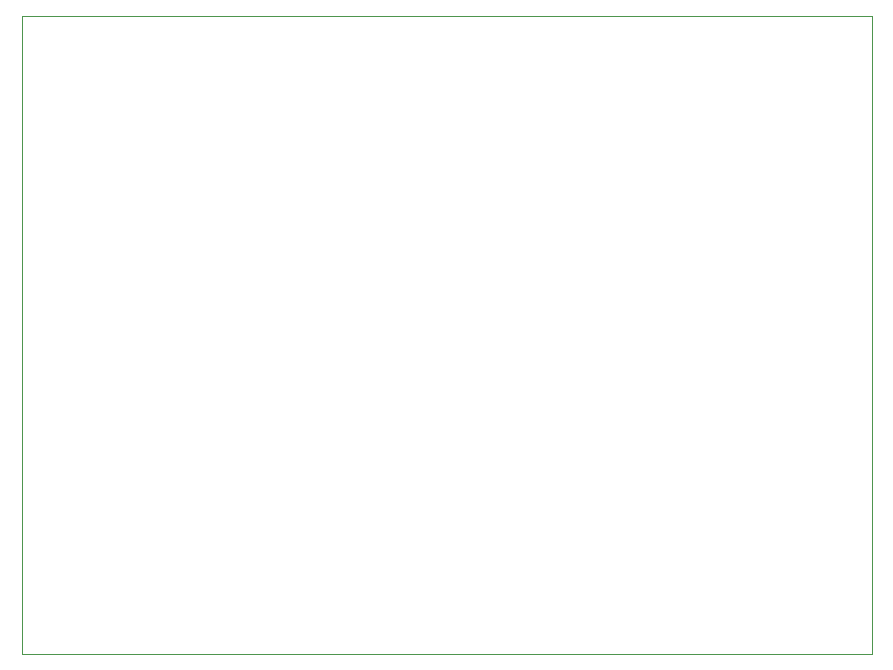
<source format=gm1>
%TF.GenerationSoftware,KiCad,Pcbnew,(5.1.9)-1*%
%TF.CreationDate,2021-01-22T19:23:28+08:00*%
%TF.ProjectId,SmartLight,536d6172-744c-4696-9768-742e6b696361,rev?*%
%TF.SameCoordinates,Original*%
%TF.FileFunction,Profile,NP*%
%FSLAX46Y46*%
G04 Gerber Fmt 4.6, Leading zero omitted, Abs format (unit mm)*
G04 Created by KiCad (PCBNEW (5.1.9)-1) date 2021-01-22 19:23:28*
%MOMM*%
%LPD*%
G01*
G04 APERTURE LIST*
%TA.AperFunction,Profile*%
%ADD10C,0.050000*%
%TD*%
G04 APERTURE END LIST*
D10*
X92000000Y-58000000D02*
X93000000Y-58000000D01*
X92000000Y-112000000D02*
X92000000Y-58000000D01*
X164000000Y-112000000D02*
X92000000Y-112000000D01*
X164000000Y-58000000D02*
X164000000Y-112000000D01*
X93000000Y-58000000D02*
X164000000Y-58000000D01*
M02*

</source>
